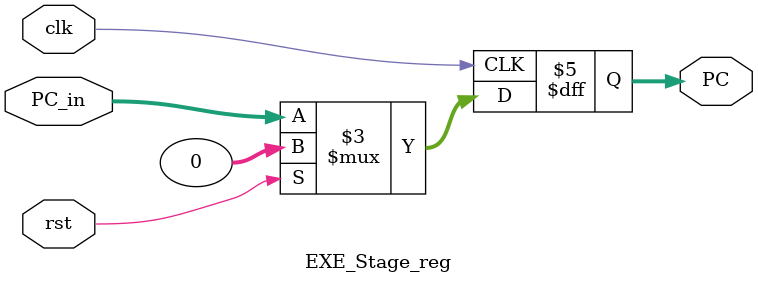
<source format=v>
module EXE_Stage_reg
	(
		clk,
		rst,
		PC_in,
		PC
	);
	
	// input and output ports
	input			clk;
	input			rst;
	input	[31:0]	PC_in;
	output	[31:0]	PC;
	
	// registers
	reg		[31:0]	PC;
	
	// build module
	always @(posedge clk)
	begin
		if(rst)
			PC <= 32'b0;
		else
			PC = PC_in;
	end
	
endmodule

</source>
